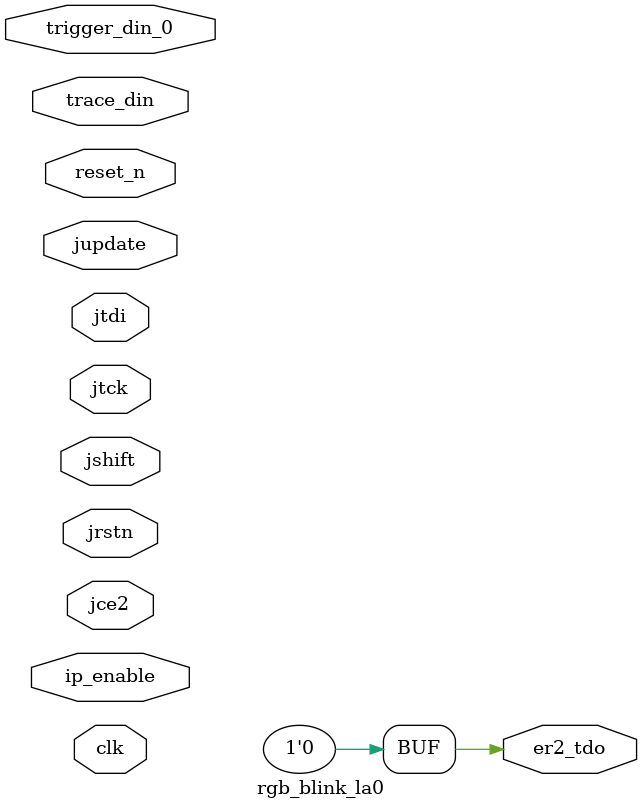
<source format=v>

/* WARNING - Changes to this file should be performed by re-running IPexpress
or modifying the .LPC file and regenerating the core.  Other changes may lead
to inconsistent simulation and/or implemenation results */

module rgb_blink_la0 (
    clk,
    reset_n,
    jtck,
    jrstn,
    jce2,
    jtdi,
    er2_tdo,
    jshift,
    jupdate,
    trigger_din_0,
    trace_din,
    ip_enable
);

// PARAMETERS DEFINED BY USER
localparam NUM_TRACE_SIGNALS   = 7;
localparam NUM_TRIGGER_SIGNALS = 1;
localparam INCLUDE_TRIG_DATA   = 0;
localparam NUM_TU_BITS_0       = 1;

input  clk;
input  reset_n;
input  jtck;
input  jrstn;
input  jce2;
input  jtdi;
output er2_tdo;
input  jshift;
input  jupdate;
input  [NUM_TU_BITS_0 -1:0] trigger_din_0;
input  [NUM_TRACE_SIGNALS + (NUM_TRIGGER_SIGNALS * INCLUDE_TRIG_DATA) -1:0] trace_din;
input  ip_enable;

assign er2_tdo = 1'b0;

endmodule

</source>
